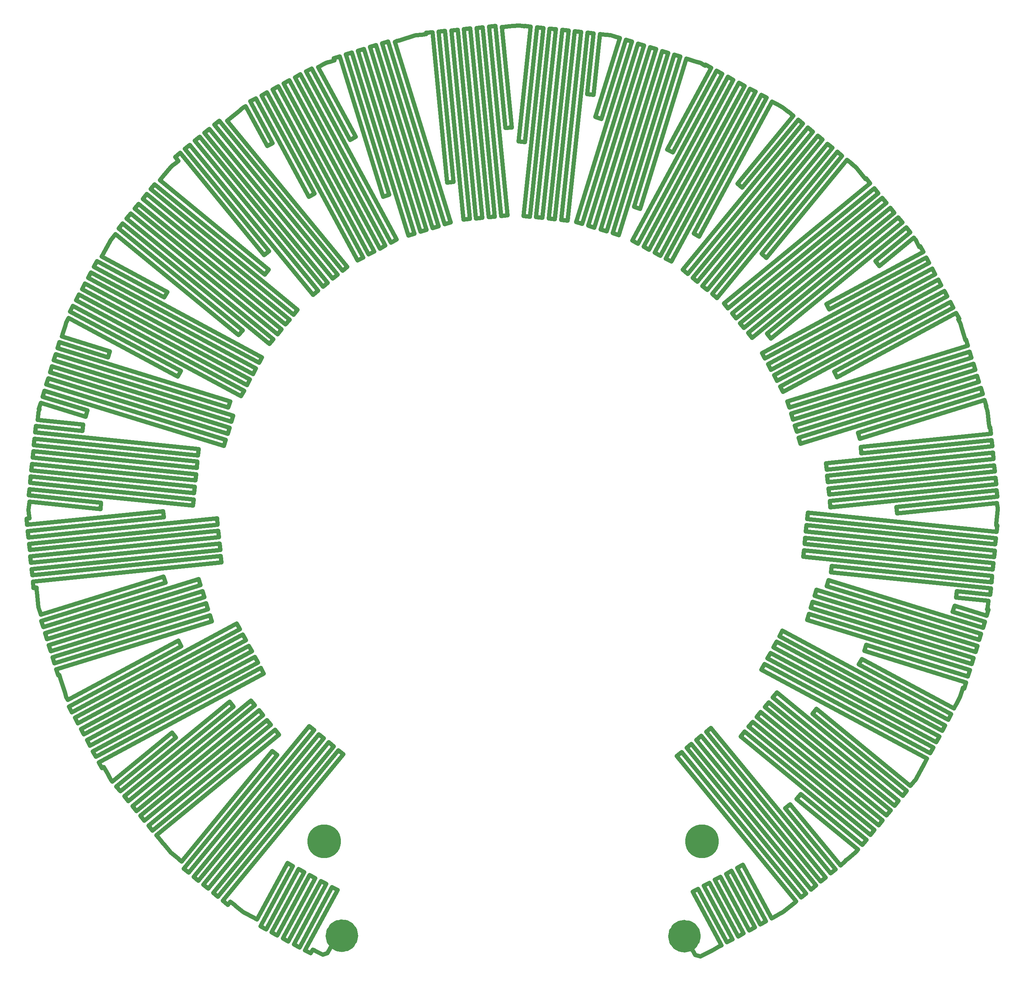
<source format=gtl>
G04*
G04 #@! TF.GenerationSoftware,Altium Limited,Altium Designer,19.1.5 (86)*
G04*
G04 Layer_Physical_Order=1*
G04 Layer_Color=65280*
%FSLAX44Y44*%
%MOMM*%
G71*
G01*
G75*
%ADD10C,4.0000*%
%ADD12C,1.0000*%
%ADD13C,8.0000*%
D10*
X1611000Y735000D02*
G03*
X1611000Y735000I-19000J0D01*
G01*
X2427000Y734000D02*
G03*
X2427000Y734000I-19000J0D01*
G01*
D12*
X2446238Y685428D02*
X2477339Y702172D01*
X2420000Y714000D02*
X2433291Y689313D01*
X2446238Y685428D01*
X1546129Y689538D02*
X1557240Y692872D01*
X1573098Y722326D01*
X1529257Y698621D02*
X1546129Y689538D01*
X923492Y1342243D02*
X924967Y1337465D01*
X919239Y1356015D02*
X923492Y1342243D01*
X916099Y1355045D02*
X919239Y1356015D01*
X911650Y1369454D02*
X916099Y1355045D01*
X911650Y1369454D02*
X1282169Y1483876D01*
X1277720Y1498285D02*
X1282169Y1483876D01*
X907200Y1383862D02*
X1277720Y1498285D01*
X902750Y1398271D02*
X907200Y1383862D01*
X902750Y1398271D02*
X1273270Y1512693D01*
X1268821Y1527102D02*
X1273270Y1512693D01*
X898301Y1412680D02*
X1268821Y1527102D01*
X893851Y1427088D02*
X898301Y1412680D01*
X893851Y1427088D02*
X1264371Y1541510D01*
X1259921Y1555919D02*
X1264371Y1541510D01*
X889402Y1441497D02*
X1259921Y1555919D01*
X884952Y1455905D02*
X889402Y1441497D01*
X884952Y1455905D02*
X1255472Y1570327D01*
X1251022Y1584736D02*
X1255472Y1570327D01*
X880503Y1470314D02*
X1251022Y1584736D01*
X876053Y1484723D02*
X880503Y1470314D01*
X876053Y1484723D02*
X1171785Y1576049D01*
X1167336Y1590458D02*
X1171785Y1576049D01*
X874743Y1500101D02*
X1167336Y1590458D01*
X873015Y1505698D02*
X874743Y1500101D01*
X871539Y1510475D02*
X873015Y1505698D01*
X871539Y1510475D02*
X871539D01*
X1165386Y956100D02*
X1168562Y952238D01*
X1160127Y962495D02*
X1165386Y956100D01*
X1160101Y962474D02*
X1160127Y962495D01*
X1150523Y974121D02*
X1160101Y962474D01*
X1150523Y974121D02*
X1442320Y1214081D01*
X1432742Y1225729D02*
X1442320Y1214081D01*
X1140945Y985768D02*
X1432742Y1225729D01*
X1131366Y997416D02*
X1140945Y985768D01*
X1131366Y997416D02*
X1423164Y1237376D01*
X1413586Y1249024D02*
X1423164Y1237376D01*
X1121788Y1009063D02*
X1413586Y1249024D01*
X1112210Y1020711D02*
X1121788Y1009063D01*
X1112210Y1020711D02*
X1404007Y1260671D01*
X1394429Y1272319D02*
X1404007Y1260671D01*
X1102632Y1032358D02*
X1394429Y1272319D01*
X1093053Y1044006D02*
X1102632Y1032358D01*
X1093053Y1044006D02*
X1384850Y1283966D01*
X1375272Y1295614D02*
X1384850Y1283966D01*
X1083475Y1055653D02*
X1375272Y1295614D01*
X1073897Y1067300D02*
X1083475Y1055653D01*
X1073897Y1067300D02*
X1334087Y1281269D01*
X1324509Y1292916D02*
X1334087Y1281269D01*
X1064318Y1078948D02*
X1324509Y1292916D01*
X1054740Y1090595D02*
X1064318Y1078948D01*
X1054740Y1090595D02*
X1196582Y1207240D01*
X1187004Y1218887D02*
X1196582Y1207240D01*
X1045192Y1102268D02*
X1187004Y1218887D01*
X1041471Y1106792D02*
X1045192Y1102268D01*
X1041471Y1106792D02*
Y1106792D01*
X1039056Y1111279D02*
X1041471Y1106792D01*
X1039056Y1111279D02*
X1039056D01*
X1168562Y952238D02*
X1168562D01*
X2951961Y1098797D02*
X2955137Y1102659D01*
X2946339Y1091961D02*
X2951961Y1098797D01*
X2722761Y1275821D02*
X2946339Y1091961D01*
X2713183Y1264173D02*
X2722761Y1275821D01*
X2713183Y1264173D02*
X2937317Y1079856D01*
X2927739Y1068208D02*
X2937317Y1079856D01*
X2628134Y1314590D02*
X2927739Y1068208D01*
X2618555Y1302942D02*
X2628134Y1314590D01*
X2618555Y1302942D02*
X2918161Y1056561D01*
X2908582Y1044913D02*
X2918161Y1056561D01*
X2608977Y1291295D02*
X2908582Y1044913D01*
X2599399Y1279647D02*
X2608977Y1291295D01*
X2599399Y1279647D02*
X2899004Y1033266D01*
X2889426Y1021618D02*
X2899004Y1033266D01*
X2589821Y1268000D02*
X2889426Y1021618D01*
X2580242Y1256352D02*
X2589821Y1268000D01*
X2580242Y1256352D02*
X2879847Y1009971D01*
X2870269Y998324D02*
X2879847Y1009971D01*
X2570664Y1244705D02*
X2870269Y998324D01*
X2561086Y1233058D02*
X2570664Y1244705D01*
X2561086Y1233058D02*
X2860691Y986676D01*
X2851113Y975029D02*
X2860691Y986676D01*
X2551507Y1221410D02*
X2851113Y975029D01*
X2541929Y1209763D02*
X2551507Y1221410D01*
X2541929Y1209763D02*
X2841534Y963381D01*
X2831956Y951734D02*
X2841534Y963381D01*
X2684763Y1072778D02*
X2831956Y951734D01*
X2675185Y1061131D02*
X2684763Y1072778D01*
X2675185Y1061131D02*
X2821821Y940544D01*
X2818101Y936019D02*
X2821821Y940544D01*
X2816575Y934165D02*
X2818101Y936019D01*
X2814531Y932482D02*
X2816575Y934165D01*
X3067133Y1311886D02*
X3068609Y1316664D01*
X3071322Y1325450D01*
X3074616Y1324433D01*
X3079066Y1338842D01*
X2836416Y1413776D02*
X3079066Y1338842D01*
X2836416Y1413776D02*
X2840865Y1428185D01*
X3083515Y1353250D01*
X3087965Y1367659D01*
X2700129Y1487429D02*
X3087965Y1367659D01*
X2700129Y1487429D02*
X2704578Y1501837D01*
X3092415Y1382068D01*
X3096864Y1396476D01*
X2709028Y1516246D02*
X3096864Y1396476D01*
X2709028Y1516246D02*
X2713477Y1530655D01*
X3101313Y1410885D01*
X3105763Y1425293D01*
X2717927Y1545063D02*
X3105763Y1425293D01*
X2717927Y1545063D02*
X2722377Y1559472D01*
X3110213Y1439702D01*
X3114662Y1454111D01*
X2746926Y1567673D02*
X3114662Y1454111D01*
X2746926Y1567673D02*
X2751376Y1582082D01*
X3119112Y1468519D01*
X3123562Y1482928D01*
X3046963Y1506583D02*
X3123562Y1482928D01*
X3046963Y1506583D02*
X3051412Y1520991D01*
X3128011Y1497336D01*
X3132461Y1511745D01*
X3129167Y1512762D02*
X3132461Y1511745D01*
X3129167Y1512762D02*
X3129167Y1512762D01*
X3130642Y1517540D01*
X3153828Y1754907D02*
X3154333Y1749932D01*
X3153359Y1759527D02*
X3153828Y1754907D01*
X3152714Y1765880D02*
X3153359Y1759527D01*
X2914777Y1741724D02*
X3152714Y1765880D01*
X2913253Y1756727D02*
X2914777Y1741724D01*
X2913253Y1756727D02*
X3153547Y1781122D01*
X3152025Y1796125D02*
X3153547Y1781122D01*
X2755851Y1755905D02*
X3152025Y1796125D01*
X2754328Y1770908D02*
X2755851Y1755905D01*
X2754328Y1770908D02*
X3150501Y1811128D01*
X3148978Y1826131D02*
X3150501Y1811128D01*
X2752805Y1785910D02*
X3148978Y1826131D01*
X2751282Y1800913D02*
X2752805Y1785910D01*
X2751282Y1800913D02*
X3147455Y1841134D01*
X3145932Y1856136D02*
X3147455Y1841134D01*
X2749759Y1815916D02*
X3145932Y1856136D01*
X2748235Y1830919D02*
X2749759Y1815916D01*
X2748235Y1830919D02*
X3144409Y1871139D01*
X3142886Y1886142D02*
X3144409Y1871139D01*
X2746712Y1845922D02*
X3142886Y1886142D01*
X2745189Y1860925D02*
X2746712Y1845922D01*
X2745189Y1860925D02*
X3141363Y1901145D01*
X3139839Y1916148D02*
X3141363Y1901145D01*
X2829492Y1884641D02*
X3139839Y1916148D01*
X2827969Y1899644D02*
X2829492Y1884641D01*
X2827969Y1899644D02*
X3138316Y1931151D01*
X3136793Y1946154D02*
X3138316Y1931151D01*
X3134449Y1945916D02*
X3136793Y1946154D01*
X3133903Y1951299D02*
X3134449Y1945916D01*
X3133858Y1951744D02*
X3133903Y1951299D01*
X3133353Y1956718D02*
X3133858Y1951744D01*
X3133353Y1956718D02*
X3133353D01*
X3154333Y1749932D02*
X3154333Y1749932D01*
X3130877Y1981111D02*
X3133353Y1956718D01*
X845705Y1750436D02*
X846210Y1755410D01*
X847590Y1769011D01*
X1016967Y1751815D01*
X1018490Y1766818D01*
X846205Y1784309D02*
X1018490Y1766818D01*
X846205Y1784309D02*
X847728Y1799312D01*
X1237203Y1759772D01*
X1238726Y1774775D01*
X849251Y1814315D02*
X1238726Y1774775D01*
X849251Y1814315D02*
X850774Y1829318D01*
X1240249Y1789778D01*
X1241772Y1804780D01*
X852297Y1844321D02*
X1241772Y1804780D01*
X852297Y1844321D02*
X853820Y1859323D01*
X1243296Y1819783D01*
X1244819Y1834786D01*
X855344Y1874326D02*
X1244819Y1834786D01*
X855344Y1874326D02*
X856867Y1889329D01*
X1246342Y1849789D01*
X1247865Y1864792D01*
X858390Y1904332D02*
X1247865Y1864792D01*
X858390Y1904332D02*
X859913Y1919335D01*
X1249388Y1879795D01*
X1250911Y1894798D01*
X861436Y1934338D02*
X1250911Y1894798D01*
X861436Y1934338D02*
X862959Y1949341D01*
X974158Y1938052D01*
X975681Y1953055D01*
X867391Y1964048D02*
X975681Y1953055D01*
X867391Y1964048D02*
X867391Y1964049D01*
X867896Y1969023D01*
X924967Y1337465D02*
X924967D01*
X1168562Y952238D02*
X1181198Y936873D01*
X1038678Y1111980D02*
X1039056Y1111279D01*
X2955137Y1102659D02*
X2958514Y1106765D01*
X2980433Y1147479D01*
X2796882Y917955D02*
X2814531Y932482D01*
X1984397Y2901420D02*
X1989375Y2901894D01*
X1981320Y2901127D02*
X1984397Y2901420D01*
X1979025Y2900908D02*
X1981320Y2901127D01*
X1973181Y2900338D02*
X1979025Y2900908D01*
X1973181Y2900338D02*
X1996479Y2661341D01*
X1981470Y2659878D02*
X1996479Y2661341D01*
X1957796Y2902733D02*
X1981470Y2659878D01*
X1942788Y2901270D02*
X1957796Y2902733D01*
X1942788Y2901270D02*
X1986612Y2451703D01*
X1971604Y2450239D02*
X1986612Y2451703D01*
X1927779Y2899807D02*
X1971604Y2450239D01*
X1912770Y2898344D02*
X1927779Y2899807D01*
X1912770Y2898344D02*
X1956595Y2448776D01*
X1941586Y2447313D02*
X1956595Y2448776D01*
X1897761Y2896880D02*
X1941586Y2447313D01*
X1882752Y2895417D02*
X1897761Y2896880D01*
X1882752Y2895417D02*
X1926577Y2445850D01*
X1911568Y2444387D02*
X1926577Y2445850D01*
X1867743Y2893954D02*
X1911568Y2444387D01*
X1852734Y2892491D02*
X1867743Y2893954D01*
X1852734Y2892491D02*
X1896559Y2442924D01*
X1881550Y2441461D02*
X1896559Y2442924D01*
X1837726Y2891028D02*
X1881550Y2441461D01*
X1822717Y2889565D02*
X1837726Y2891028D01*
X1822717Y2889565D02*
X1857625Y2531465D01*
X1842616Y2530002D02*
X1857625Y2531465D01*
X1807708Y2888102D02*
X1842616Y2530002D01*
X1792699Y2886639D02*
X1807708Y2888102D01*
X1792699Y2886639D02*
X1793034Y2883200D01*
X1787216Y2882633D02*
X1793034Y2883200D01*
X1787204Y2882632D02*
X1787216Y2882633D01*
X1782226Y2882158D02*
X1787204Y2882632D01*
X1989375Y2901894D02*
X2011804Y2904031D01*
X2016080Y2903580D01*
X1768011Y2880788D02*
X1782226Y2882158D01*
X1728489Y2868583D02*
X1768011Y2880788D01*
X1559563Y2816416D02*
X1564340Y2817891D01*
X1574029Y2820883D01*
X1572437Y2826037D02*
X1574029Y2820883D01*
X1572437Y2826037D02*
X1586846Y2830486D01*
X1690088Y2496170D01*
X1704496Y2500620D01*
X1601254Y2834936D02*
X1704496Y2500620D01*
X1601254Y2834936D02*
X1615663Y2839386D01*
X1750221Y2403660D01*
X1764630Y2408110D01*
X1630072Y2843835D02*
X1764630Y2408110D01*
X1630072Y2843835D02*
X1644480Y2848285D01*
X1779039Y2412560D01*
X1793447Y2417009D01*
X1658889Y2852734D02*
X1793447Y2417009D01*
X1658889Y2852734D02*
X1673297Y2857184D01*
X1807856Y2421459D01*
X1822264Y2425909D01*
X1687706Y2861634D02*
X1822264Y2425909D01*
X1687706Y2861634D02*
X1702115Y2866083D01*
X1836673Y2430358D01*
X1851082Y2434808D01*
X1718115Y2865379D02*
X1851082Y2434808D01*
X1718115Y2865379D02*
X1723712Y2867108D01*
X1728489Y2868583D01*
X2212276Y2882869D02*
Y2882869D01*
X2207304Y2883394D02*
X2212276Y2882869D01*
X2206838Y2883443D02*
X2207304Y2883394D01*
X2191616Y2739242D02*
X2206838Y2883443D01*
X2176619Y2740825D02*
X2191616Y2739242D01*
X2176619Y2740825D02*
X2191905Y2885630D01*
X2176909Y2887213D02*
X2191905Y2885630D01*
X2129630Y2439343D02*
X2176909Y2887213D01*
X2114633Y2440926D02*
X2129630Y2439343D01*
X2114633Y2440926D02*
X2161912Y2888796D01*
X2146915Y2890379D02*
X2161912Y2888796D01*
X2099636Y2442509D02*
X2146915Y2890379D01*
X2084640Y2444092D02*
X2099636Y2442509D01*
X2084640Y2444092D02*
X2131918Y2891962D01*
X2116922Y2893545D02*
X2131918Y2891962D01*
X2069643Y2445676D02*
X2116922Y2893545D01*
X2054646Y2447259D02*
X2069643Y2445676D01*
X2054646Y2447259D02*
X2101925Y2895128D01*
X2086928Y2896712D02*
X2101925Y2895128D01*
X2039650Y2448842D02*
X2086928Y2896712D01*
X2024653Y2450425D02*
X2039650Y2448842D01*
X2024653Y2450425D02*
X2071932Y2898295D01*
X2056935Y2899878D02*
X2071932Y2898295D01*
X2028059Y2626337D02*
X2056935Y2899878D01*
X2013062Y2627920D02*
X2028059Y2626337D01*
X2013062Y2627920D02*
X2041938Y2901461D01*
X2026942Y2903044D02*
X2041938Y2901461D01*
X2026878Y2902440D02*
X2026942Y2903044D01*
X2021052Y2903055D02*
X2026878Y2902440D01*
X2016080Y2903580D02*
X2021052Y2903055D01*
X2212276Y2882869D02*
X2231989Y2880788D01*
X2633845Y786431D02*
X2633845D01*
X2629442Y784060D02*
X2633845Y786431D01*
X2615491Y776550D02*
X2629442Y784060D01*
X2546926Y903905D02*
X2615491Y776550D01*
X2533648Y896757D02*
X2546926Y903905D01*
X2533648Y896757D02*
X2602309Y769222D01*
X2589031Y762074D02*
X2602309Y769222D01*
X2520370Y889608D02*
X2589031Y762074D01*
X2507092Y882460D02*
X2520370Y889608D01*
X2507092Y882460D02*
X2575753Y754925D01*
X2562475Y747777D02*
X2575753Y754925D01*
X2493814Y875311D02*
X2562475Y747777D01*
X2480536Y868163D02*
X2493814Y875311D01*
X2480536Y868163D02*
X2549197Y740628D01*
X2535919Y733480D02*
X2549197Y740628D01*
X2467258Y861014D02*
X2535919Y733480D01*
X2453980Y853866D02*
X2467258Y861014D01*
X2453980Y853866D02*
X2522641Y726331D01*
X2509363Y719183D02*
X2522641Y726331D01*
X2440702Y846717D02*
X2509363Y719183D01*
X2427424Y839568D02*
X2440702Y846717D01*
X2427424Y839568D02*
X2495989Y712213D01*
X2490831Y709436D02*
X2495989Y712213D01*
X2486429Y707066D02*
X2490831Y709436D01*
X1524855Y700991D02*
X1529257Y698621D01*
X1522719Y702141D02*
X1524855Y700991D01*
X1517760Y692929D02*
X1522719Y702141D01*
X1504482Y700078D02*
X1517760Y692929D01*
X1504482Y700078D02*
X1581834Y843755D01*
X1568556Y850904D02*
X1581834Y843755D01*
X1491204Y707226D02*
X1568556Y850904D01*
X1477926Y714375D02*
X1491204Y707226D01*
X1477926Y714375D02*
X1555278Y858052D01*
X1542000Y865201D02*
X1555278Y858052D01*
X1464648Y721523D02*
X1542000Y865201D01*
X1451370Y728672D02*
X1464648Y721523D01*
X1451370Y728672D02*
X1528722Y872349D01*
X1515444Y879498D02*
X1528722Y872349D01*
X1438092Y735820D02*
X1515444Y879498D01*
X1424814Y742969D02*
X1438092Y735820D01*
X1424814Y742969D02*
X1502166Y886646D01*
X1488888Y893795D02*
X1502166Y886646D01*
X1411536Y750117D02*
X1488888Y893795D01*
X1398258Y757266D02*
X1411536Y750117D01*
X1398258Y757266D02*
X1475610Y900944D01*
X1462332Y908092D02*
X1475610Y900944D01*
X1389939Y773626D02*
X1462332Y908092D01*
X1389939Y773626D02*
X1389939Y773626D01*
X1385536Y775996D02*
X1389939Y773626D01*
X1385536Y775996D02*
X1385536D01*
X3067309Y2187527D02*
X3068809Y2182657D01*
X3066855Y2189001D02*
X3067309Y2187527D01*
X3064695Y2196009D02*
X3066855Y2189001D01*
X3060363Y2204056D02*
X3064695Y2196009D01*
X3060363Y2204056D02*
X3062710Y2205320D01*
X3055562Y2218598D02*
X3062710Y2205320D01*
X2771672Y2065759D02*
X3055562Y2218598D01*
X2764524Y2079037D02*
X2771672Y2065759D01*
X2764524Y2079037D02*
X3048413Y2231875D01*
X3041265Y2245154D02*
X3048413Y2231875D01*
X2642918Y2030694D02*
X3041265Y2245154D01*
X2635770Y2043972D02*
X2642918Y2030694D01*
X2635770Y2043972D02*
X3034116Y2258432D01*
X3026968Y2271709D02*
X3034116Y2258432D01*
X2628621Y2057250D02*
X3026968Y2271709D01*
X2621472Y2070528D02*
X2628621Y2057250D01*
X2621472Y2070528D02*
X3019819Y2284987D01*
X3012671Y2298265D02*
X3019819Y2284987D01*
X2614324Y2083806D02*
X3012671Y2298265D01*
X2607176Y2097084D02*
X2614324Y2083806D01*
X2607176Y2097084D02*
X3005522Y2311543D01*
X2998373Y2324821D02*
X3005522Y2311543D01*
X2600027Y2110362D02*
X2998373Y2324821D01*
X2592878Y2123640D02*
X2600027Y2110362D01*
X2592878Y2123640D02*
X2991225Y2338099D01*
X2984077Y2351377D02*
X2991225Y2338099D01*
X2753170Y2227063D02*
X2984077Y2351377D01*
X2746022Y2240341D02*
X2753170Y2227063D01*
X2746022Y2240341D02*
X2976928Y2364655D01*
X2969779Y2377933D02*
X2976928Y2364655D01*
X2967432Y2376670D02*
X2969779Y2377933D01*
X2964655Y2381828D02*
X2967432Y2376670D01*
X2962285Y2386230D02*
X2964655Y2381828D01*
X2962285Y2386230D02*
X2962285D01*
X3068809Y2182657D02*
X3074131Y2165377D01*
X3129405Y1985889D02*
X3130877Y1981111D01*
X3126148Y1996467D02*
X3129405Y1985889D01*
X3126148Y1996467D02*
X3127542Y1996897D01*
X3123092Y2011306D02*
X3127542Y1996897D01*
X2825938Y1919541D02*
X3123092Y2011306D01*
X2821489Y1933949D02*
X2825938Y1919541D01*
X2821489Y1933949D02*
X3118642Y2025715D01*
X3114193Y2040123D02*
X3118642Y2025715D01*
X2684496Y1907426D02*
X3114193Y2040123D01*
X2680046Y1921835D02*
X2684496Y1907426D01*
X2680046Y1921835D02*
X3109743Y2054532D01*
X3105294Y2068940D02*
X3109743Y2054532D01*
X2675597Y1936243D02*
X3105294Y2068940D01*
X2671147Y1950652D02*
X2675597Y1936243D01*
X2671147Y1950652D02*
X3100844Y2083349D01*
X3096394Y2097758D02*
X3100844Y2083349D01*
X2666697Y1965061D02*
X3096394Y2097758D01*
X2662248Y1979469D02*
X2666697Y1965061D01*
X2662248Y1979469D02*
X3091945Y2112166D01*
X3087495Y2126575D02*
X3091945Y2112166D01*
X2657798Y1993878D02*
X3087495Y2126575D01*
X2653349Y2008286D02*
X2657798Y1993878D01*
X2653349Y2008286D02*
X3083045Y2140983D01*
X3078596Y2155392D02*
X3083045Y2140983D01*
X3077332Y2155002D02*
X3078596Y2155392D01*
X3075622Y2160536D02*
X3077332Y2155002D01*
X3075603Y2160599D02*
X3075622Y2160536D01*
X3074131Y2165377D02*
X3075603Y2160599D01*
X3151072Y1717816D02*
X3154333Y1749932D01*
X3130924Y1519357D02*
X3131429Y1524332D01*
X3132290Y1532806D01*
X3055166Y1540636D02*
X3132290Y1532806D01*
X3055166Y1540636D02*
X3056689Y1555639D01*
X3136381Y1547548D01*
X3137904Y1562551D01*
X2757268Y1601194D02*
X3137904Y1562551D01*
X2757268Y1601194D02*
X2758792Y1616197D01*
X3139427Y1577554D01*
X3140950Y1592557D01*
X2691137Y1638223D02*
X3140950Y1592557D01*
X2691137Y1638223D02*
X2692660Y1653226D01*
X3142473Y1607560D01*
X3143996Y1622563D01*
X2694183Y1668229D02*
X3143996Y1622563D01*
X2694183Y1668229D02*
X2695706Y1683232D01*
X3145519Y1637566D01*
X3147042Y1652569D01*
X2697230Y1698234D02*
X3147042Y1652569D01*
X2697230Y1698234D02*
X2698753Y1713237D01*
X3148565Y1667572D01*
X3150089Y1682574D01*
X2700276Y1728240D02*
X3150089Y1682574D01*
X2700276Y1728240D02*
X2701799Y1743243D01*
X3151612Y1697577D01*
X3153135Y1712580D01*
X3150567Y1712841D02*
X3153135Y1712580D01*
X3150567Y1712841D02*
X3150567Y1712841D01*
X3151072Y1717816D01*
X2634143Y2713409D02*
X2637008Y2711866D01*
X2634143Y2713409D02*
X2634143D01*
X2632605Y2714236D02*
X2634143Y2713409D01*
X2616591Y2722858D02*
X2632605Y2714236D01*
X2443390Y2401148D02*
X2616591Y2722858D01*
X2430112Y2408297D02*
X2443390Y2401148D01*
X2430112Y2408297D02*
X2604275Y2731794D01*
X2590997Y2738942D02*
X2604275Y2731794D01*
X2376949Y2341361D02*
X2590997Y2738942D01*
X2363671Y2348509D02*
X2376949Y2341361D01*
X2363671Y2348509D02*
X2577719Y2746091D01*
X2564441Y2753239D02*
X2577719Y2746091D01*
X2350393Y2355658D02*
X2564441Y2753239D01*
X2337115Y2362807D02*
X2350393Y2355658D01*
X2337115Y2362807D02*
X2551163Y2760388D01*
X2537885Y2767537D02*
X2551163Y2760388D01*
X2323837Y2369955D02*
X2537885Y2767537D01*
X2310559Y2377103D02*
X2323837Y2369955D01*
X2310559Y2377103D02*
X2524607Y2774685D01*
X2511329Y2781833D02*
X2524607Y2774685D01*
X2297281Y2384252D02*
X2511329Y2781833D01*
X2284003Y2391401D02*
X2297281Y2384252D01*
X2284003Y2391401D02*
X2498051Y2788982D01*
X2484773Y2796131D02*
X2498051Y2788982D01*
X2380104Y2601714D02*
X2484773Y2796131D01*
X2366826Y2608863D02*
X2380104Y2601714D01*
X2366826Y2608863D02*
X2471495Y2803279D01*
X2458217Y2810428D02*
X2471495Y2803279D01*
X2457255Y2808641D02*
X2458217Y2810428D01*
X2457255Y2808641D02*
X2457255Y2808641D01*
X2452852Y2811011D02*
X2457255Y2808641D01*
X2452852Y2811011D02*
X2452852D01*
X2637008Y2711866D02*
X2643235Y2708514D01*
X2817917Y2564204D02*
X2821154Y2560268D01*
X2816241Y2566241D02*
X2817917Y2564204D01*
X2814659Y2567543D02*
X2816241Y2566241D01*
X2806726Y2574066D02*
X2814659Y2567543D01*
X2806726Y2574066D02*
X2806937Y2574323D01*
X2795290Y2583901D02*
X2806937Y2574323D01*
X2603406Y2350567D02*
X2795290Y2583901D01*
X2591759Y2360145D02*
X2603406Y2350567D01*
X2591759Y2360145D02*
X2783642Y2593480D01*
X2771995Y2603058D02*
X2783642Y2593480D01*
X2485702Y2254919D02*
X2771995Y2603058D01*
X2474054Y2264498D02*
X2485702Y2254919D01*
X2474054Y2264498D02*
X2760348Y2612636D01*
X2748700Y2622214D02*
X2760348Y2612636D01*
X2462407Y2274076D02*
X2748700Y2622214D01*
X2450759Y2283654D02*
X2462407Y2274076D01*
X2450759Y2283654D02*
X2737053Y2631793D01*
X2725405Y2641371D02*
X2737053Y2631793D01*
X2439112Y2293232D02*
X2725405Y2641371D01*
X2427465Y2302811D02*
X2439112Y2293232D01*
X2427465Y2302811D02*
X2713758Y2650949D01*
X2702110Y2660528D02*
X2713758Y2650949D01*
X2415817Y2312389D02*
X2702110Y2660528D01*
X2404170Y2321967D02*
X2415817Y2312389D01*
X2404170Y2321967D02*
X2690463Y2670106D01*
X2678815Y2679684D02*
X2690463Y2670106D01*
X2545753Y2517877D02*
X2678815Y2679684D01*
X2534105Y2527455D02*
X2545753Y2517877D01*
X2534105Y2527455D02*
X2667168Y2689263D01*
X2655521Y2698841D02*
X2667168Y2689263D01*
X2655309Y2698584D02*
X2655521Y2698841D01*
X2655309Y2698584D02*
X2655309Y2698584D01*
X2651447Y2701760D02*
X2655309Y2698584D01*
X2651447Y2701760D02*
X2651447D01*
X2821154Y2560268D02*
X2836132Y2542054D01*
X2643235Y2708514D02*
X2651447Y2701760D01*
X2958514Y2393235D02*
X2960001Y2390472D01*
X2957293Y2394719D02*
X2958514Y2393235D01*
X2954248Y2398422D02*
X2957293Y2394719D01*
X2872329Y2331056D02*
X2954248Y2398422D01*
X2862751Y2342704D02*
X2872329Y2331056D01*
X2862751Y2342704D02*
X2946287Y2411400D01*
X2936708Y2423047D02*
X2946287Y2411400D01*
X2614206Y2157836D02*
X2936708Y2423047D01*
X2604627Y2169483D02*
X2614206Y2157836D01*
X2604627Y2169483D02*
X2927130Y2434694D01*
X2917552Y2446342D02*
X2927130Y2434694D01*
X2569227Y2159896D02*
X2917552Y2446342D01*
X2559649Y2171544D02*
X2569227Y2159896D01*
X2559649Y2171544D02*
X2907973Y2457989D01*
X2898395Y2469637D02*
X2907973Y2457989D01*
X2550071Y2183191D02*
X2898395Y2469637D01*
X2540492Y2194839D02*
X2550071Y2183191D01*
X2540492Y2194839D02*
X2888817Y2481284D01*
X2879238Y2492932D02*
X2888817Y2481284D01*
X2530914Y2206486D02*
X2879238Y2492932D01*
X2521336Y2218133D02*
X2530914Y2206486D01*
X2521336Y2218133D02*
X2869660Y2504579D01*
X2860082Y2516226D02*
X2869660Y2504579D01*
X2511757Y2229781D02*
X2860082Y2516226D01*
X2502179Y2241428D02*
X2511757Y2229781D01*
X2502179Y2241428D02*
X2850504Y2527874D01*
X2840925Y2539521D02*
X2850504Y2527874D01*
X2839308Y2538192D02*
X2840925Y2539521D01*
X2839308Y2538192D02*
X2839308Y2538192D01*
X2836132Y2542054D02*
X2839308Y2538192D01*
X2960001Y2390472D02*
X2960001D01*
X1336269Y808341D02*
X1340131Y805165D01*
X1326589Y816301D02*
X1336269Y808341D01*
X1320326Y808686D02*
X1326589Y816301D01*
X1308678Y818264D02*
X1320326Y808686D01*
X1308678Y818264D02*
X1595565Y1167124D01*
X1583917Y1176702D02*
X1595565Y1167124D01*
X1297031Y827842D02*
X1583917Y1176702D01*
X1285384Y837421D02*
X1297031Y827842D01*
X1285384Y837421D02*
X1572270Y1186281D01*
X1560623Y1195859D02*
X1572270Y1186281D01*
X1273736Y846999D02*
X1560623Y1195859D01*
X1262089Y856577D02*
X1273736Y846999D01*
X1262089Y856577D02*
X1548975Y1205437D01*
X1537328Y1215016D02*
X1548975Y1205437D01*
X1250441Y866155D02*
X1537328Y1215016D01*
X1238794Y875734D02*
X1250441Y866155D01*
X1238794Y875734D02*
X1525680Y1224594D01*
X1514033Y1234172D02*
X1525680Y1224594D01*
X1227146Y885312D02*
X1514033Y1234172D01*
X1215499Y894890D02*
X1227146Y885312D01*
X1215499Y894890D02*
X1438054Y1165522D01*
X1426407Y1175101D02*
X1438054Y1165522D01*
X1210115Y912085D02*
X1426407Y1175101D01*
X1205590Y915805D02*
X1210115Y912085D01*
X1201728Y918981D02*
X1205590Y915805D01*
X1340131Y805165D02*
X1340131D01*
X1183759Y933759D02*
X1201728Y918981D01*
X1340131Y805165D02*
X1348023Y798676D01*
X1035468Y1117944D02*
X1038678Y1111980D01*
X1033098Y1122346D02*
X1035468Y1117944D01*
X1025055Y1137286D02*
X1033098Y1122346D01*
X1020374Y1134766D02*
X1025055Y1137286D01*
X1013226Y1148044D02*
X1020374Y1134766D01*
X1013226Y1148044D02*
X1406193Y1359608D01*
X1399045Y1372885D02*
X1406193Y1359608D01*
X1006077Y1161322D02*
X1399045Y1372885D01*
X998929Y1174600D02*
X1006077Y1161322D01*
X998929Y1174600D02*
X1391896Y1386163D01*
X1384748Y1399442D02*
X1391896Y1386163D01*
X991780Y1187878D02*
X1384748Y1399442D01*
X984632Y1201156D02*
X991780Y1187878D01*
X984632Y1201156D02*
X1377599Y1412720D01*
X1370451Y1425997D02*
X1377599Y1412720D01*
X977483Y1214434D02*
X1370451Y1425997D01*
X970334Y1227712D02*
X977483Y1214434D01*
X970334Y1227712D02*
X1363302Y1439275D01*
X1356154Y1452553D02*
X1363302Y1439275D01*
X963186Y1240990D02*
X1356154Y1452553D01*
X956037Y1254268D02*
X963186Y1240990D01*
X956037Y1254268D02*
X1349005Y1465831D01*
X1341857Y1479109D02*
X1349005Y1465831D01*
X948889Y1267545D02*
X1341857Y1479109D01*
X941740Y1280824D02*
X948889Y1267545D01*
X941740Y1280824D02*
X1209667Y1425069D01*
X1202519Y1438347D02*
X1209667Y1425069D01*
X939272Y1296621D02*
X1202519Y1438347D01*
X939272Y1296622D02*
X939272Y1296621D01*
X936902Y1301024D02*
X939272Y1296622D01*
X935305Y1303991D02*
X936902Y1301024D01*
X933092Y1311157D02*
X935305Y1303991D01*
X3130877Y1981111D02*
X3130877D01*
X3052697Y1281706D02*
X3055068Y1286109D01*
X3049917Y1276542D02*
X3052697Y1281706D01*
X2830498Y1394671D02*
X3049917Y1276542D01*
X2823350Y1381393D02*
X2830498Y1394671D01*
X2823350Y1381393D02*
X3043612Y1262810D01*
X3036464Y1249532D02*
X3043612Y1262810D01*
X2641474Y1462184D02*
X3036464Y1249532D01*
X2634325Y1448906D02*
X2641474Y1462184D01*
X2634325Y1448906D02*
X3029315Y1236254D01*
X3022167Y1222976D02*
X3029315Y1236254D01*
X2627177Y1435628D02*
X3022167Y1222976D01*
X2620028Y1422350D02*
X2627177Y1435628D01*
X2620028Y1422350D02*
X3015018Y1209698D01*
X3007870Y1196420D02*
X3015018Y1209698D01*
X2612880Y1409072D02*
X3007870Y1196420D01*
X2605731Y1395794D02*
X2612880Y1409072D01*
X2605731Y1395794D02*
X3000721Y1183142D01*
X2993572Y1169864D02*
X3000721Y1183142D01*
X2598582Y1382516D02*
X2993572Y1169864D01*
X2591434Y1369238D02*
X2598582Y1382516D01*
X2591434Y1369238D02*
X2985580Y1157040D01*
X2984282Y1154628D02*
X2985580Y1157040D01*
X2982804Y1151882D02*
X2984282Y1154628D01*
X2980433Y1147479D02*
X2982804Y1151882D01*
X3055068Y1286109D02*
X3064695Y1303991D01*
X3067133Y1311886D01*
X1322789Y2680573D02*
X1348826Y2701985D01*
X1189326Y2570820D02*
X1193188Y2573995D01*
X1202452Y2581614D01*
X1194835Y2590877D02*
X1202452Y2581614D01*
X1194835Y2590877D02*
X1206482Y2600456D01*
X1406645Y2357053D01*
X1418293Y2366631D01*
X1218130Y2610034D02*
X1418293Y2366631D01*
X1218130Y2610034D02*
X1229777Y2619612D01*
X1523551Y2262377D01*
X1535199Y2271955D01*
X1241425Y2629190D02*
X1535199Y2271955D01*
X1241425Y2629190D02*
X1253072Y2638769D01*
X1546846Y2281533D01*
X1558493Y2291111D01*
X1264719Y2648347D02*
X1558493Y2291111D01*
X1264719Y2648347D02*
X1276367Y2657925D01*
X1570141Y2300690D01*
X1581788Y2310268D01*
X1288014Y2667504D02*
X1581788Y2310268D01*
X1288014Y2667504D02*
X1299662Y2677082D01*
X1593436Y2319846D01*
X1605083Y2329425D01*
X1318927Y2677397D02*
X1605083Y2329425D01*
X1318927Y2677397D02*
X1318927Y2677397D01*
X1322789Y2680573D01*
X1348826Y2701985D02*
X1352762Y2705222D01*
X1356765Y2708514D01*
X1362886Y2711809D01*
X1414061Y2616755D01*
X1427339Y2623904D01*
X1373847Y2723262D02*
X1427339Y2623904D01*
X1373847Y2723262D02*
X1387125Y2730410D01*
X1513252Y2496136D01*
X1526530Y2503285D01*
X1400403Y2737559D02*
X1526530Y2503285D01*
X1400403Y2737559D02*
X1413681Y2744707D01*
X1629406Y2344012D01*
X1642684Y2351160D01*
X1426959Y2751856D02*
X1642684Y2351160D01*
X1426959Y2751856D02*
X1440237Y2759005D01*
X1655962Y2358309D01*
X1669240Y2365457D01*
X1453515Y2766153D02*
X1669240Y2365457D01*
X1453515Y2766153D02*
X1466793Y2773301D01*
X1682518Y2372606D01*
X1695796Y2379754D01*
X1480071Y2780450D02*
X1695796Y2379754D01*
X1480071Y2780450D02*
X1493349Y2787599D01*
X1709073Y2386903D01*
X1722352Y2394051D01*
X1506627Y2794747D02*
X1722352Y2394051D01*
X1506627Y2794747D02*
X1519905Y2801896D01*
X1611531Y2631706D01*
X1624809Y2638855D01*
X1535500Y2804740D02*
X1624809Y2638855D01*
X1535500Y2804740D02*
X1540658Y2807517D01*
X1545061Y2809887D01*
X1545061D01*
X1183759Y2566241D02*
X1189326Y2570820D01*
X1165247Y2543731D02*
X1183759Y2566241D01*
X1545061Y2809887D02*
X1553991Y2814695D01*
X1042622Y2394616D02*
X1045798Y2398478D01*
X1052989Y2407223D01*
X1346084Y2166196D01*
X1355662Y2177843D01*
X1060090Y2420908D02*
X1355662Y2177843D01*
X1060090Y2420908D02*
X1069668Y2432555D01*
X1419398Y2144954D01*
X1428977Y2156601D01*
X1079247Y2444203D02*
X1428977Y2156601D01*
X1079247Y2444203D02*
X1088825Y2455850D01*
X1438555Y2168248D01*
X1448133Y2179896D01*
X1098403Y2467498D02*
X1448133Y2179896D01*
X1098403Y2467498D02*
X1107981Y2479145D01*
X1457712Y2191543D01*
X1467290Y2203191D01*
X1117560Y2490793D02*
X1467290Y2203191D01*
X1117560Y2490793D02*
X1127138Y2502440D01*
X1476868Y2214838D01*
X1486447Y2226486D01*
X1136716Y2514088D02*
X1486447Y2226486D01*
X1136716Y2514088D02*
X1146295Y2525735D01*
X1408342Y2310239D01*
X1417921Y2321887D01*
X1158351Y2535345D02*
X1417921Y2321887D01*
X1158351Y2535345D02*
X1162072Y2539869D01*
X1165247Y2543731D01*
X1041486Y2393235D02*
X1042622Y2394616D01*
X1022355Y2357701D02*
X1041486Y2393235D01*
X924967Y1337465D02*
X933092Y1311157D01*
X865573Y1553854D02*
X869212Y1518011D01*
X846515Y1741579D02*
X846515D01*
X847020Y1736604D01*
X847722Y1729688D01*
X840718Y1728977D02*
X847722Y1729688D01*
X840718Y1728977D02*
X842241Y1713974D01*
X1166270Y1746870D01*
X1167794Y1731867D01*
X843764Y1698971D02*
X1167794Y1731867D01*
X843764Y1698971D02*
X845287Y1683968D01*
X1294618Y1729585D01*
X1296141Y1714582D01*
X846811Y1668966D02*
X1296141Y1714582D01*
X846811Y1668966D02*
X848334Y1653963D01*
X1297664Y1699579D01*
X1299187Y1684577D01*
X849857Y1638960D02*
X1299187Y1684577D01*
X849857Y1638960D02*
X851380Y1623957D01*
X1300710Y1669574D01*
X1302233Y1654571D01*
X852903Y1608954D02*
X1302233Y1654571D01*
X852903Y1608954D02*
X854426Y1593951D01*
X1303756Y1639568D01*
X1305280Y1624565D01*
X855949Y1578948D02*
X1305280Y1624565D01*
X855949Y1578948D02*
X857473Y1563945D01*
X864476Y1564656D01*
X865068Y1558828D01*
X865573Y1553854D01*
X845660Y1750000D02*
X846515Y1741579D01*
X1553991Y2814695D02*
X1559563Y2816416D01*
X2796882Y917955D02*
X2796882Y917955D01*
X2793022Y914777D02*
X2796882Y917955D01*
X2790725Y912886D02*
X2793022Y914777D01*
X2790725Y912886D02*
X2791231Y912270D01*
X2779584Y902691D02*
X2791231Y912270D01*
X2659760Y1048400D02*
X2779584Y902691D01*
X2648113Y1038821D02*
X2659760Y1048400D01*
X2648113Y1038821D02*
X2767937Y893113D01*
X2756289Y883535D02*
X2767937Y893113D01*
X2471209Y1230199D02*
X2756289Y883535D01*
X2459561Y1220621D02*
X2471209Y1230199D01*
X2459561Y1220621D02*
X2744642Y873957D01*
X2732994Y864378D02*
X2744642Y873957D01*
X2447914Y1211043D02*
X2732994Y864378D01*
X2436266Y1201464D02*
X2447914Y1211043D01*
X2436266Y1201464D02*
X2721347Y854800D01*
X2709699Y845222D02*
X2721347Y854800D01*
X2424619Y1191886D02*
X2709699Y845222D01*
X2412971Y1182308D02*
X2424619Y1191886D01*
X2412971Y1182308D02*
X2698052Y835643D01*
X2686405Y826065D02*
X2698052Y835643D01*
X2401324Y1172729D02*
X2686405Y826065D01*
X2389677Y1163151D02*
X2401324Y1172729D01*
X2389677Y1163151D02*
X2674295Y817049D01*
X2674295Y817049D02*
X2674295Y817049D01*
X2670434Y813871D02*
X2674295Y817049D01*
X2431095Y2819301D02*
X2435872Y2817826D01*
X2412641Y2825000D02*
X2431095Y2819301D01*
X2302213Y2467414D02*
X2412641Y2825000D01*
X2287804Y2471864D02*
X2302213Y2467414D01*
X2287804Y2471864D02*
X2398380Y2829927D01*
X2383971Y2834377D02*
X2398380Y2829927D01*
X2251305Y2404780D02*
X2383971Y2834377D01*
X2236896Y2409230D02*
X2251305Y2404780D01*
X2236896Y2409230D02*
X2369562Y2838826D01*
X2355154Y2843276D02*
X2369562Y2838826D01*
X2222488Y2413679D02*
X2355154Y2843276D01*
X2208079Y2418129D02*
X2222488Y2413679D01*
X2208079Y2418129D02*
X2340745Y2847726D01*
X2326337Y2852175D02*
X2340745Y2847726D01*
X2193671Y2422579D02*
X2326337Y2852175D01*
X2179262Y2427028D02*
X2193671Y2422579D01*
X2179262Y2427028D02*
X2311928Y2856625D01*
X2297519Y2861074D02*
X2311928Y2856625D01*
X2164854Y2431478D02*
X2297519Y2861074D01*
X2150445Y2435927D02*
X2164854Y2431478D01*
X2150445Y2435927D02*
X2283111Y2865524D01*
X2268702Y2869973D02*
X2283111Y2865524D01*
X2210543Y2681643D02*
X2268702Y2869973D01*
X2196134Y2686092D02*
X2210543Y2681643D01*
X2196134Y2686092D02*
X2254294Y2874423D01*
X2239885Y2878873D02*
X2254294Y2874423D01*
X2239738Y2878395D02*
X2239885Y2878873D01*
X2239737Y2878395D02*
X2239738Y2878395D01*
X2234960Y2879870D02*
X2239737Y2878395D01*
X2234960Y2879870D02*
X2234960D01*
X2435872Y2817826D02*
X2435872D01*
X2477339Y702172D02*
X2486429Y707066D01*
X2960001Y2390472D02*
X2962285Y2386230D01*
X2435872Y2817826D02*
X2446009Y2814695D01*
X2231989Y2880788D02*
X2234960Y2879870D01*
X933904Y2191472D02*
X935305Y2196009D01*
X935466Y2196309D01*
X941351Y2207240D01*
X1201308Y2067286D01*
X1208457Y2080564D01*
X944332Y2222762D02*
X1208457Y2080564D01*
X944332Y2222762D02*
X951480Y2236040D01*
X1351734Y2020553D01*
X1358883Y2033831D01*
X958629Y2249318D02*
X1358883Y2033831D01*
X958629Y2249318D02*
X965777Y2262596D01*
X1366031Y2047110D01*
X1373180Y2060388D01*
X972926Y2275874D02*
X1373180Y2060388D01*
X972926Y2275874D02*
X980074Y2289152D01*
X1380328Y2073665D01*
X1387477Y2086944D01*
X987223Y2302430D02*
X1387477Y2086944D01*
X987223Y2302430D02*
X994371Y2315708D01*
X1394625Y2100222D01*
X1401774Y2113499D01*
X1001520Y2328986D02*
X1401774Y2113499D01*
X1001520Y2328986D02*
X1008669Y2342264D01*
X1169043Y2255922D01*
X1176192Y2269200D01*
X1019985Y2353298D02*
X1176192Y2269200D01*
X1019985Y2353298D02*
X1019985Y2353298D01*
X1022355Y2357701D01*
X869202Y1981886D02*
X869212Y1981989D01*
X870657Y1986669D01*
X871307Y1988771D01*
X871776Y1990291D01*
X870274Y1990755D02*
X871776Y1990291D01*
X870274Y1990755D02*
X874724Y2005164D01*
X981572Y1972167D01*
X986022Y1986576D01*
X879173Y2019572D02*
X986022Y1986576D01*
X879173Y2019572D02*
X883623Y2033981D01*
X1311178Y1901946D01*
X1315627Y1916354D01*
X888072Y2048390D02*
X1315627Y1916354D01*
X888072Y2048390D02*
X892522Y2062798D01*
X1320077Y1930763D01*
X1324526Y1945171D01*
X896972Y2077207D02*
X1324526Y1945171D01*
X896972Y2077207D02*
X901421Y2091615D01*
X1328976Y1959580D01*
X1333425Y1973989D01*
X905871Y2106024D02*
X1333425Y1973989D01*
X905871Y2106024D02*
X910320Y2120433D01*
X1321601Y1993423D01*
X1326050Y2007832D01*
X914770Y2134841D02*
X1326050Y2007832D01*
X914770Y2134841D02*
X919220Y2149250D01*
X1034884Y2113531D01*
X1039333Y2127940D01*
X925171Y2163195D02*
X1039333Y2127940D01*
X925171Y2163195D02*
X925171Y2163195D01*
X926646Y2167972D01*
Y2167972D01*
X867896Y1969023D02*
X869202Y1981885D01*
X869212Y1518011D02*
X871539Y1510475D01*
X1356765Y791486D02*
X1385536Y775996D01*
X2633845Y786431D02*
X2643235Y791486D01*
X2670434Y813871D01*
X1348023Y798676D02*
X1356765Y791486D01*
X1181198Y936873D02*
X1183759Y933759D01*
X845660Y1750000D02*
X845705Y1750436D01*
X926646Y2167972D02*
X933904Y2191472D01*
X2446009Y2814695D02*
X2452852Y2811011D01*
X3130788Y1518011D02*
X3130924Y1519357D01*
X3130642Y1517540D02*
X3130788Y1518011D01*
D13*
X2450000Y960000D02*
D03*
X1550000D02*
D03*
M02*

</source>
